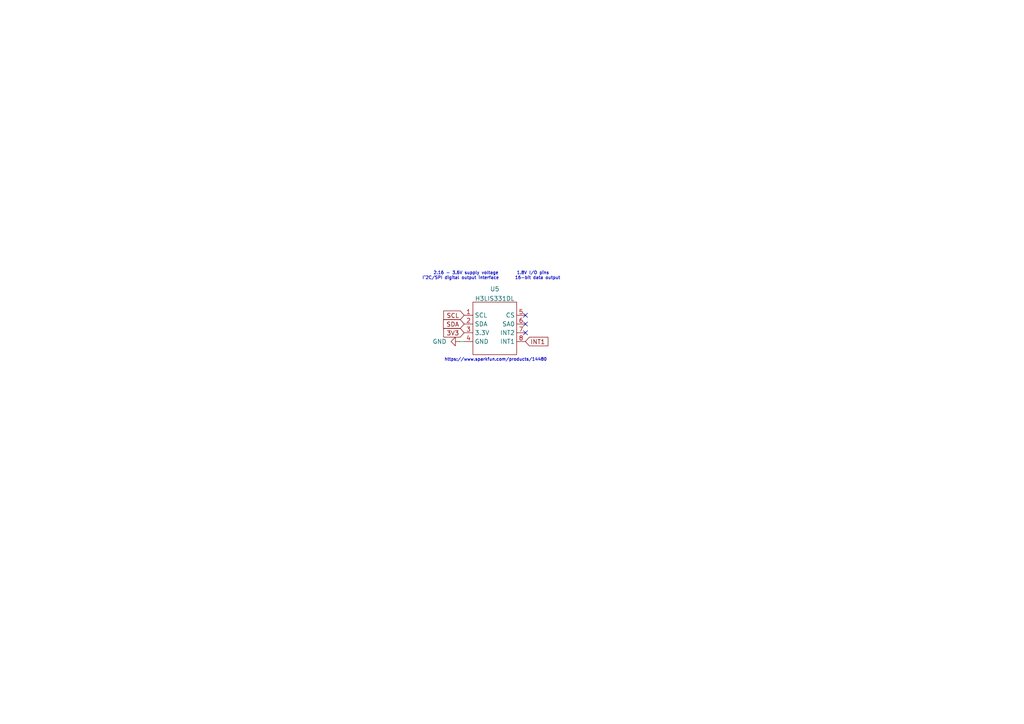
<source format=kicad_sch>
(kicad_sch (version 20231120) (generator "eeschema") (generator_version "8.0")
  (paper "A4")
  (lib_symbols
    (symbol "brainfreeze:H3LIS331DL_"
      (property "Reference" "U1" (at 0 11.43 0))
      (property "Value" "H3LIS331DL" (at 0 8.89 0))
      (symbol "H3LIS331DL__0_1"
        (rectangle (start -6.35 7.62) (end 6.35 -7.62))
      )
      (symbol "H3LIS331DL__1_1"
        (pin input line (at -8.89 3.81 0) (length 2.54) (name "SCL") (number "1"))
        (pin bidirectional line (at -8.89 1.27 0) (length 2.54) (name "SDA") (number "2"))
        (pin power_in line (at -8.89 -1.27 0) (length 2.54) (name "3.3V") (number "3"))
        (pin power_in line (at -8.89 -3.81 0) (length 2.54) (name "GND") (number "4"))
        (pin input line (at 8.89 3.81 180) (length 2.54) (name "CS") (number "5"))
        (pin input line (at 8.89 1.27 180) (length 2.54) (name "SA0") (number "6"))
        (pin input line (at 8.89 -1.27 180) (length 2.54) (name "INT2") (number "7"))
        (pin input line (at 8.89 -3.81 180) (length 2.54) (name "INT1") (number "8"))
      )
    )
    (symbol "power:GND" (power) (pin_numbers hide) (pin_names (offset 0) hide)
      (property "Value" "GND" (at 0 -3.81 0))
      (symbol "GND_0_1"
        (polyline (pts (xy 0 0) (xy 0 -1.27) (xy 1.27 -1.27) (xy 0 -2.54) (xy -1.27 -1.27) (xy 0 -1.27)))
      )
      (symbol "GND_1_1"
        (pin power_in line (at 0 0 270) (length 0) (name "~") (number "1"))
      )
    )
  )
  (no_connect (at 152.4 91.44))
  (no_connect (at 152.4 93.98))
  (no_connect (at 152.4 96.52))
  (wire (pts (xy 133.35 99.06) (xy 134.62 99.06)))
  (text "2.16 - 3.6V supply voltage        1.8V I/O pins\nI^2C/SPI digital output interface       16-bit data output\n" (at 142.494 80.01 0) (effects (font (size 0.889 0.889))))
  (text "https://www.sparkfun.com/products/14480" (at 143.764 104.394 0) (effects (font (size 0.889 0.889))))
  (global_label "SDA" (shape input) (at 134.62 93.98 180) (property "Intersheetrefs" "${INTERSHEET_REFS}" (effects (hide yes))))
  (global_label "INT1" (shape input) (at 152.4 99.06 0) (property "Intersheetrefs" "${INTERSHEET_REFS}" (effects (hide yes))))
  (global_label "3V3" (shape input) (at 134.62 96.52 180) (property "Intersheetrefs" "${INTERSHEET_REFS}" (effects (hide yes))))
  (global_label "SCL" (shape input) (at 134.62 91.44 180) (property "Intersheetrefs" "${INTERSHEET_REFS}" (effects (hide yes))))
  (symbol (lib_id "brainfreeze:H3LIS331DL_") (at 143.51 95.25 0) (unit 1)
    (property "Reference" "U5" (at 143.51 83.82 0))
    (property "Value" "H3LIS331DL" (at 143.51 86.614 0))
    (property "Footprint" "brainfreeze:Accelerometer" (effects (hide yes)))
  )
  (symbol (lib_id "power:GND") (at 133.35 99.06 270) (unit 1)
    (property "Reference" "#PWR010" (effects (hide yes)))
    (property "Value" "GND" (at 129.54 99.0599 90) (effects (justify right)))
    (property "Description" "Power symbol creates a global label with name \"GND\" , ground" (effects (hide yes)))
  )
)
</source>
